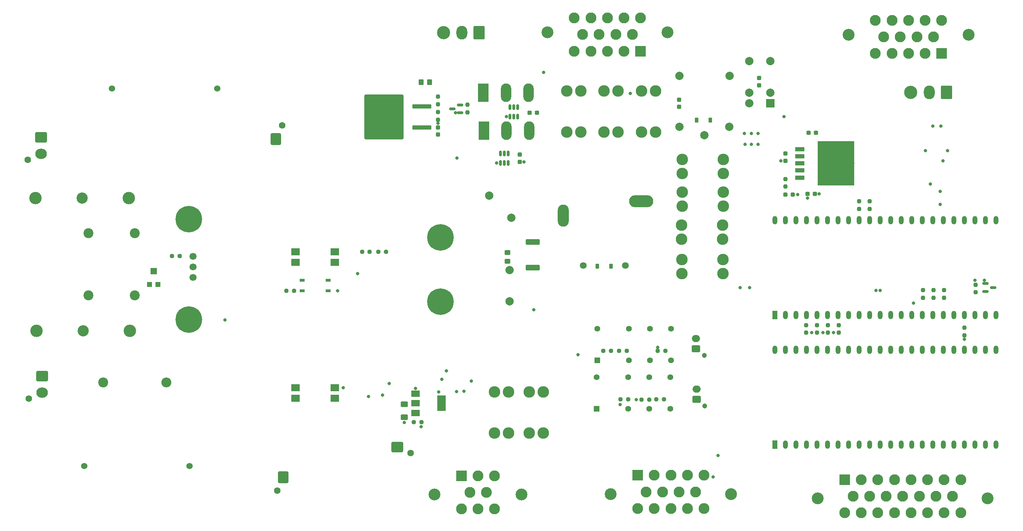
<source format=gbs>
G04 #@! TF.GenerationSoftware,KiCad,Pcbnew,8.0.5*
G04 #@! TF.CreationDate,2025-04-14T13:42:12-04:00*
G04 #@! TF.ProjectId,Big Daddy,42696720-4461-4646-9479-2e6b69636164,rev?*
G04 #@! TF.SameCoordinates,Original*
G04 #@! TF.FileFunction,Soldermask,Bot*
G04 #@! TF.FilePolarity,Negative*
%FSLAX46Y46*%
G04 Gerber Fmt 4.6, Leading zero omitted, Abs format (unit mm)*
G04 Created by KiCad (PCBNEW 8.0.5) date 2025-04-14 13:42:12*
%MOMM*%
%LPD*%
G01*
G04 APERTURE LIST*
G04 Aperture macros list*
%AMRoundRect*
0 Rectangle with rounded corners*
0 $1 Rounding radius*
0 $2 $3 $4 $5 $6 $7 $8 $9 X,Y pos of 4 corners*
0 Add a 4 corners polygon primitive as box body*
4,1,4,$2,$3,$4,$5,$6,$7,$8,$9,$2,$3,0*
0 Add four circle primitives for the rounded corners*
1,1,$1+$1,$2,$3*
1,1,$1+$1,$4,$5*
1,1,$1+$1,$6,$7*
1,1,$1+$1,$8,$9*
0 Add four rect primitives between the rounded corners*
20,1,$1+$1,$2,$3,$4,$5,0*
20,1,$1+$1,$4,$5,$6,$7,0*
20,1,$1+$1,$6,$7,$8,$9,0*
20,1,$1+$1,$8,$9,$2,$3,0*%
G04 Aperture macros list end*
%ADD10C,2.850000*%
%ADD11R,2.625000X2.625000*%
%ADD12C,2.625000*%
%ADD13R,1.200000X2.000000*%
%ADD14O,1.200000X2.000000*%
%ADD15C,1.600000*%
%ADD16RoundRect,0.250000X1.150000X-0.980000X1.150000X0.980000X-1.150000X0.980000X-1.150000X-0.980000X0*%
%ADD17C,2.780000*%
%ADD18R,2.500000X4.500000*%
%ADD19O,2.500000X4.500000*%
%ADD20R,1.400000X1.400000*%
%ADD21C,1.400000*%
%ADD22C,2.000000*%
%ADD23RoundRect,0.250000X-1.150000X0.980000X-1.150000X-0.980000X1.150000X-0.980000X1.150000X0.980000X0*%
%ADD24O,2.800000X2.460000*%
%ADD25C,0.800000*%
%ADD26C,6.400000*%
%ADD27C,1.699848*%
%ADD28RoundRect,0.250000X0.980000X1.150000X-0.980000X1.150000X-0.980000X-1.150000X0.980000X-1.150000X0*%
%ADD29C,3.180000*%
%ADD30RoundRect,0.250000X-1.070000X1.400000X-1.070000X-1.400000X1.070000X-1.400000X1.070000X1.400000X0*%
%ADD31O,2.640000X3.300000*%
%ADD32RoundRect,0.250000X-0.980000X-1.150000X0.980000X-1.150000X0.980000X1.150000X-0.980000X1.150000X0*%
%ADD33C,2.400000*%
%ADD34C,1.524000*%
%ADD35R,2.000000X2.000000*%
%ADD36O,2.400000X2.400000*%
%ADD37C,2.700000*%
%ADD38C,3.000000*%
%ADD39C,1.200000*%
%ADD40RoundRect,0.250000X0.750000X-0.600000X0.750000X0.600000X-0.750000X0.600000X-0.750000X-0.600000X0*%
%ADD41O,2.000000X1.700000*%
%ADD42C,1.635000*%
%ADD43O,2.670000X5.340000*%
%ADD44O,5.850000X2.925000*%
%ADD45RoundRect,0.237500X-0.237500X0.250000X-0.237500X-0.250000X0.237500X-0.250000X0.237500X0.250000X0*%
%ADD46RoundRect,0.237500X-0.300000X-0.237500X0.300000X-0.237500X0.300000X0.237500X-0.300000X0.237500X0*%
%ADD47RoundRect,0.237500X0.250000X0.237500X-0.250000X0.237500X-0.250000X-0.237500X0.250000X-0.237500X0*%
%ADD48R,2.000000X1.780000*%
%ADD49RoundRect,0.237500X-0.237500X0.287500X-0.237500X-0.287500X0.237500X-0.287500X0.237500X0.287500X0*%
%ADD50RoundRect,0.150000X0.150000X-0.512500X0.150000X0.512500X-0.150000X0.512500X-0.150000X-0.512500X0*%
%ADD51RoundRect,0.237500X0.287500X0.237500X-0.287500X0.237500X-0.287500X-0.237500X0.287500X-0.237500X0*%
%ADD52RoundRect,0.237500X0.237500X-0.250000X0.237500X0.250000X-0.237500X0.250000X-0.237500X-0.250000X0*%
%ADD53RoundRect,0.225000X0.225000X0.375000X-0.225000X0.375000X-0.225000X-0.375000X0.225000X-0.375000X0*%
%ADD54RoundRect,0.237500X-0.237500X0.300000X-0.237500X-0.300000X0.237500X-0.300000X0.237500X0.300000X0*%
%ADD55RoundRect,0.250000X2.050000X0.300000X-2.050000X0.300000X-2.050000X-0.300000X2.050000X-0.300000X0*%
%ADD56RoundRect,0.250002X4.449998X5.149998X-4.449998X5.149998X-4.449998X-5.149998X4.449998X-5.149998X0*%
%ADD57RoundRect,0.249999X-1.425001X0.450001X-1.425001X-0.450001X1.425001X-0.450001X1.425001X0.450001X0*%
%ADD58RoundRect,0.150000X0.587500X0.150000X-0.587500X0.150000X-0.587500X-0.150000X0.587500X-0.150000X0*%
%ADD59RoundRect,0.250000X0.350000X0.450000X-0.350000X0.450000X-0.350000X-0.450000X0.350000X-0.450000X0*%
%ADD60RoundRect,0.250000X0.450000X-0.325000X0.450000X0.325000X-0.450000X0.325000X-0.450000X-0.325000X0*%
%ADD61R,2.000000X1.500000*%
%ADD62R,2.000000X3.800000*%
%ADD63R,2.286000X1.067000*%
%ADD64R,8.890000X10.668000*%
%ADD65RoundRect,0.237500X0.237500X-0.300000X0.237500X0.300000X-0.237500X0.300000X-0.237500X-0.300000X0*%
%ADD66RoundRect,0.250000X0.625000X-0.400000X0.625000X0.400000X-0.625000X0.400000X-0.625000X-0.400000X0*%
%ADD67RoundRect,0.150000X-0.587500X-0.150000X0.587500X-0.150000X0.587500X0.150000X-0.587500X0.150000X0*%
%ADD68R,1.200000X1.200000*%
%ADD69R,1.600000X1.500000*%
%ADD70R,1.200000X0.800000*%
G04 APERTURE END LIST*
D10*
G04 #@! TO.C,J13*
X206000000Y-179000000D03*
X235000000Y-179000000D03*
D11*
X212500000Y-174500000D03*
D12*
X216500000Y-174500000D03*
X220500000Y-174500000D03*
X224500000Y-174500000D03*
X228500000Y-174500000D03*
X214500000Y-178500000D03*
X218500000Y-178500000D03*
X222500000Y-178500000D03*
X226500000Y-178500000D03*
X212500000Y-182500000D03*
X216500000Y-182500000D03*
X220500000Y-182500000D03*
X224500000Y-182500000D03*
X228500000Y-182500000D03*
G04 #@! TD*
D13*
G04 #@! TO.C,U2*
X245618000Y-135890000D03*
D14*
X248158000Y-135890000D03*
X250698000Y-135890000D03*
X253238000Y-135890000D03*
X255778000Y-135890000D03*
X258318000Y-135890000D03*
X260858000Y-135890000D03*
X263398000Y-135890000D03*
X265938000Y-135890000D03*
X268478000Y-135890000D03*
X271018000Y-135890000D03*
X273558000Y-135890000D03*
X276098000Y-135890000D03*
X278638000Y-135890000D03*
X281178000Y-135890000D03*
X283718000Y-135890000D03*
X286258000Y-135890000D03*
X288798000Y-135890000D03*
X291338000Y-135890000D03*
X293875280Y-135893680D03*
X296415280Y-135893680D03*
X298955280Y-135893680D03*
X298958000Y-113030000D03*
X296418000Y-113030000D03*
X293878000Y-113030000D03*
X291338000Y-113030000D03*
X288798000Y-113030000D03*
X286258000Y-113030000D03*
X283718000Y-113030000D03*
X281178000Y-113030000D03*
X278638000Y-113030000D03*
X276098000Y-113030000D03*
X273558000Y-113030000D03*
X271018000Y-113030000D03*
X268478000Y-113030000D03*
X265938000Y-113030000D03*
X263398000Y-113030000D03*
X260858000Y-113030000D03*
X258318000Y-113030000D03*
X255778000Y-113030000D03*
X253238000Y-113030000D03*
X250698000Y-113030000D03*
X248158000Y-113030000D03*
X245618000Y-113030000D03*
G04 #@! TD*
D15*
G04 #@! TO.C,J5*
X157734000Y-169164000D03*
D16*
X154484000Y-167664000D03*
G04 #@! TD*
D17*
G04 #@! TO.C,F2*
X195368000Y-91776000D03*
X198768000Y-91776000D03*
X195368000Y-81856000D03*
X198768000Y-81856000D03*
G04 #@! TD*
D18*
G04 #@! TO.C,Q3*
X175280000Y-82244000D03*
D19*
X180730000Y-82244000D03*
X186180000Y-82244000D03*
G04 #@! TD*
D17*
G04 #@! TO.C,F5*
X223266000Y-98324000D03*
X223266000Y-101724000D03*
X233186000Y-98324000D03*
X233186000Y-101724000D03*
G04 #@! TD*
D20*
G04 #@! TO.C,K3*
X202574000Y-158448500D03*
D21*
X210194000Y-158448500D03*
X215274000Y-158448500D03*
X220354000Y-158448500D03*
X220354000Y-150828500D03*
X215274000Y-150828500D03*
X210194000Y-150828500D03*
X202574000Y-150828500D03*
G04 #@! TD*
D22*
G04 #@! TO.C,C16*
X181610000Y-125028000D03*
X181610000Y-132528000D03*
G04 #@! TD*
D10*
G04 #@! TO.C,J9*
X163490000Y-179122000D03*
X184490000Y-179122000D03*
D11*
X169990000Y-174622000D03*
D12*
X173990000Y-174622000D03*
X177990000Y-174622000D03*
X171990000Y-178622000D03*
X175990000Y-178622000D03*
X169990000Y-182622000D03*
X173990000Y-182622000D03*
X177990000Y-182622000D03*
G04 #@! TD*
D17*
G04 #@! TO.C,F6*
X223266000Y-106198000D03*
X223266000Y-109598000D03*
X233186000Y-106198000D03*
X233186000Y-109598000D03*
G04 #@! TD*
D15*
G04 #@! TO.C,J3*
X65330000Y-98476000D03*
D23*
X68580000Y-93016000D03*
D24*
X68580000Y-96976000D03*
G04 #@! TD*
D10*
G04 #@! TO.C,J8*
X219710000Y-67742500D03*
X190710000Y-67742500D03*
D11*
X213210000Y-72242500D03*
D12*
X209210000Y-72242500D03*
X205210000Y-72242500D03*
X201210000Y-72242500D03*
X197210000Y-72242500D03*
X211210000Y-68242500D03*
X207210000Y-68242500D03*
X203210000Y-68242500D03*
X199210000Y-68242500D03*
X213210000Y-64242500D03*
X209210000Y-64242500D03*
X205210000Y-64242500D03*
X201210000Y-64242500D03*
X197210000Y-64242500D03*
G04 #@! TD*
D25*
G04 #@! TO.C,U8*
X101756100Y-112721900D03*
X102462851Y-111015651D03*
X102462851Y-114428149D03*
X104169100Y-110308900D03*
D26*
X104169100Y-112721900D03*
D25*
X104169100Y-115134900D03*
X105875349Y-111015651D03*
X105875349Y-114428149D03*
X106582100Y-112721900D03*
D27*
X105185100Y-121738900D03*
X105185100Y-124278900D03*
X105185100Y-126818900D03*
D25*
X101801820Y-137024620D03*
X102476242Y-135304980D03*
X102540900Y-138717478D03*
X104169100Y-134565900D03*
D26*
X104214820Y-136978900D03*
D25*
X104260540Y-139391900D03*
X105888740Y-135240322D03*
X105953398Y-138652820D03*
X106627820Y-136933180D03*
X162462100Y-132660900D03*
X163168851Y-130954651D03*
X163168851Y-134367149D03*
X164875100Y-130247900D03*
D26*
X164875100Y-132660900D03*
D25*
X164875100Y-135073900D03*
X166581349Y-130954651D03*
X166581349Y-134367149D03*
X167288100Y-132660900D03*
X162462100Y-117166900D03*
X163168851Y-115460651D03*
X163168851Y-118873149D03*
X164875100Y-114753900D03*
D26*
X164875100Y-117166900D03*
D25*
X164875100Y-119579900D03*
X166581349Y-115460651D03*
X166581349Y-118873149D03*
X167288100Y-117166900D03*
G04 #@! TD*
D15*
G04 #@! TO.C,J6*
X126722000Y-90170000D03*
D28*
X125222000Y-93420000D03*
G04 #@! TD*
D17*
G04 #@! TO.C,F7*
X223132000Y-122506000D03*
X223132000Y-125906000D03*
X233052000Y-122506000D03*
X233052000Y-125906000D03*
G04 #@! TD*
D29*
G04 #@! TO.C,J10*
X278402000Y-82168000D03*
D30*
X286982000Y-82168000D03*
D31*
X282842000Y-82168000D03*
G04 #@! TD*
D15*
G04 #@! TO.C,J7*
X125500000Y-178204000D03*
D32*
X127000000Y-174954000D03*
G04 #@! TD*
D33*
G04 #@! TO.C,C15*
X80010000Y-116112000D03*
X80010000Y-131112000D03*
G04 #@! TD*
D34*
G04 #@! TO.C,R32*
X85700000Y-81250000D03*
X111100000Y-81250000D03*
G04 #@! TD*
D35*
G04 #@! TO.C,K5*
X244484000Y-84784000D03*
D22*
X244484000Y-82244000D03*
X244484000Y-74624000D03*
X239404000Y-74624000D03*
X239404000Y-82244000D03*
X239404000Y-84784000D03*
G04 #@! TD*
D17*
G04 #@! TO.C,F1*
X223062000Y-114150000D03*
X223062000Y-117550000D03*
X232982000Y-114150000D03*
X232982000Y-117550000D03*
G04 #@! TD*
D10*
G04 #@! TO.C,J11*
X255946000Y-180068500D03*
X296946000Y-180068500D03*
D11*
X262446000Y-175568500D03*
D12*
X266446000Y-175568500D03*
X270446000Y-175568500D03*
X274446000Y-175568500D03*
X278446000Y-175568500D03*
X282446000Y-175568500D03*
X286446000Y-175568500D03*
X290446000Y-175568500D03*
X264446000Y-179568500D03*
X268446000Y-179568500D03*
X272446000Y-179568500D03*
X276446000Y-179568500D03*
X280446000Y-179568500D03*
X284446000Y-179568500D03*
X288446000Y-179568500D03*
X262446000Y-183568500D03*
X266446000Y-183568500D03*
X270446000Y-183568500D03*
X274446000Y-183568500D03*
X278446000Y-183568500D03*
X282446000Y-183568500D03*
X286446000Y-183568500D03*
X290446000Y-183568500D03*
G04 #@! TD*
D20*
G04 #@! TO.C,K2*
X202724500Y-146764500D03*
D21*
X210344500Y-146764500D03*
X215424500Y-146764500D03*
X220504500Y-146764500D03*
X220504500Y-139144500D03*
X215424500Y-139144500D03*
X210344500Y-139144500D03*
X202724500Y-139144500D03*
G04 #@! TD*
D17*
G04 #@! TO.C,F10*
X189738000Y-154418000D03*
X186338000Y-154418000D03*
X189738000Y-164338000D03*
X186338000Y-164338000D03*
G04 #@! TD*
D18*
G04 #@! TO.C,Q4*
X175418000Y-91388000D03*
D19*
X180868000Y-91388000D03*
X186318000Y-91388000D03*
G04 #@! TD*
D17*
G04 #@! TO.C,F4*
X213410600Y-91776000D03*
X216810600Y-91776000D03*
X213410600Y-81856000D03*
X216810600Y-81856000D03*
G04 #@! TD*
D10*
G04 #@! TO.C,J12*
X292354000Y-68326000D03*
X263354000Y-68326000D03*
D11*
X285854000Y-72826000D03*
D12*
X281854000Y-72826000D03*
X277854000Y-72826000D03*
X273854000Y-72826000D03*
X269854000Y-72826000D03*
X283854000Y-68826000D03*
X279854000Y-68826000D03*
X275854000Y-68826000D03*
X271854000Y-68826000D03*
X285854000Y-64826000D03*
X281854000Y-64826000D03*
X277854000Y-64826000D03*
X273854000Y-64826000D03*
X269854000Y-64826000D03*
G04 #@! TD*
D33*
G04 #@! TO.C,R24*
X83566000Y-152094000D03*
D36*
X98806000Y-152094000D03*
G04 #@! TD*
D37*
G04 #@! TO.C,F12*
X78740000Y-139648000D03*
D38*
X67490000Y-139648000D03*
X89990000Y-139648000D03*
G04 #@! TD*
D39*
G04 #@! TO.C,J1*
X228568000Y-145618000D03*
D40*
X226568000Y-144018000D03*
D41*
X226568000Y-141518000D03*
G04 #@! TD*
D33*
G04 #@! TO.C,C14*
X91186000Y-116112000D03*
X91186000Y-131112000D03*
G04 #@! TD*
D13*
G04 #@! TO.C,U3*
X245618000Y-167132000D03*
D14*
X248158000Y-167132000D03*
X250698000Y-167132000D03*
X253238000Y-167132000D03*
X255778000Y-167132000D03*
X258318000Y-167132000D03*
X260858000Y-167132000D03*
X263398000Y-167132000D03*
X265938000Y-167132000D03*
X268478000Y-167132000D03*
X271018000Y-167132000D03*
X273558000Y-167132000D03*
X276098000Y-167132000D03*
X278638000Y-167132000D03*
X281178000Y-167132000D03*
X283718000Y-167132000D03*
X286258000Y-167132000D03*
X288798000Y-167132000D03*
X291338000Y-167132000D03*
X293875280Y-167135680D03*
X296415280Y-167135680D03*
X298955280Y-167135680D03*
X298958000Y-144272000D03*
X296418000Y-144272000D03*
X293878000Y-144272000D03*
X291338000Y-144272000D03*
X288798000Y-144272000D03*
X286258000Y-144272000D03*
X283718000Y-144272000D03*
X281178000Y-144272000D03*
X278638000Y-144272000D03*
X276098000Y-144272000D03*
X273558000Y-144272000D03*
X271018000Y-144272000D03*
X268478000Y-144272000D03*
X265938000Y-144272000D03*
X263398000Y-144272000D03*
X260858000Y-144272000D03*
X258318000Y-144272000D03*
X255778000Y-144272000D03*
X253238000Y-144272000D03*
X250698000Y-144272000D03*
X248158000Y-144272000D03*
X245618000Y-144272000D03*
G04 #@! TD*
D22*
G04 #@! TO.C,K4*
X234660000Y-78233500D03*
X222608000Y-78233500D03*
X228608000Y-92483500D03*
X234608000Y-90483500D03*
X222608000Y-90483500D03*
G04 #@! TD*
D37*
G04 #@! TO.C,F11*
X78486000Y-107644000D03*
D38*
X67236000Y-107644000D03*
X89736000Y-107644000D03*
G04 #@! TD*
D15*
G04 #@! TO.C,J4*
X65584000Y-156030000D03*
D23*
X68834000Y-150570000D03*
D24*
X68834000Y-154530000D03*
G04 #@! TD*
D39*
G04 #@! TO.C,J2*
X228704000Y-157803500D03*
D40*
X226704000Y-156203500D03*
D41*
X226704000Y-153703500D03*
G04 #@! TD*
D42*
G04 #@! TO.C,K1*
X209505600Y-123898100D03*
X199345600Y-123898100D03*
D43*
X194565600Y-111888100D03*
D44*
X213315600Y-108458100D03*
G04 #@! TD*
D34*
G04 #@! TO.C,R33*
X78950000Y-172250000D03*
X104350000Y-172250000D03*
G04 #@! TD*
D17*
G04 #@! TO.C,F3*
X204389300Y-91776000D03*
X207789300Y-91776000D03*
X204389300Y-81856000D03*
X207789300Y-81856000D03*
G04 #@! TD*
D22*
G04 #@! TO.C,C17*
X176672400Y-107076300D03*
X181975701Y-112379601D03*
G04 #@! TD*
D29*
G04 #@! TO.C,J15*
X165664000Y-67818000D03*
D30*
X174244000Y-67818000D03*
D31*
X170104000Y-67818000D03*
G04 #@! TD*
D17*
G04 #@! TO.C,F9*
X181356000Y-154418000D03*
X177956000Y-154418000D03*
X181356000Y-164338000D03*
X177956000Y-164338000D03*
G04 #@! TD*
D45*
G04 #@! TO.C,R8*
X291338000Y-138914500D03*
X291338000Y-140739500D03*
G04 #@! TD*
D46*
G04 #@! TO.C,C18*
X186457000Y-87056000D03*
X188182000Y-87056000D03*
G04 #@! TD*
D47*
G04 #@! TO.C,R18*
X219145500Y-144496000D03*
X217320500Y-144496000D03*
G04 #@! TD*
D48*
G04 #@! TO.C,U5*
X129916000Y-155904000D03*
X129916000Y-153364000D03*
X139446000Y-153364000D03*
X139446000Y-155904000D03*
G04 #@! TD*
D49*
G04 #@! TO.C,D3*
X248158000Y-96915000D03*
X248158000Y-98665000D03*
G04 #@! TD*
D47*
G04 #@! TO.C,R36*
X102004500Y-121614000D03*
X100179500Y-121614000D03*
G04 #@! TD*
D50*
G04 #@! TO.C,U12*
X181290000Y-99181500D03*
X180340000Y-99181500D03*
X179390000Y-99181500D03*
X179390000Y-96906500D03*
X180340000Y-96906500D03*
X181290000Y-96906500D03*
G04 #@! TD*
G04 #@! TO.C,U11*
X183576000Y-85730500D03*
X182626000Y-85730500D03*
X181676000Y-85730500D03*
X181676000Y-88005500D03*
X182626000Y-88005500D03*
X183576000Y-88005500D03*
G04 #@! TD*
D46*
G04 #@! TO.C,C4*
X253746000Y-91948000D03*
X255471000Y-91948000D03*
G04 #@! TD*
D51*
G04 #@! TO.C,D4*
X249886200Y-106783500D03*
X248136200Y-106783500D03*
G04 #@! TD*
D52*
G04 #@! TO.C,R43*
X164338000Y-85060000D03*
X164338000Y-83235000D03*
G04 #@! TD*
D53*
G04 #@! TO.C,D2*
X206098600Y-124058600D03*
X202798600Y-124058600D03*
G04 #@! TD*
D45*
G04 #@! TO.C,R5*
X281305000Y-129874000D03*
X281305000Y-131699000D03*
G04 #@! TD*
G04 #@! TO.C,R6*
X283845000Y-129874000D03*
X283845000Y-131699000D03*
G04 #@! TD*
D54*
G04 #@! TO.C,C7*
X241808000Y-78740000D03*
X241808000Y-80465000D03*
G04 #@! TD*
D55*
G04 #@! TO.C,U14*
X160461000Y-85598000D03*
D56*
X151311000Y-88138000D03*
D55*
X160461000Y-90678000D03*
G04 #@! TD*
D47*
G04 #@! TO.C,R23*
X210208500Y-156210000D03*
X208383500Y-156210000D03*
G04 #@! TD*
D52*
G04 #@! TO.C,R15*
X294022900Y-130391500D03*
X294022900Y-128566500D03*
G04 #@! TD*
D45*
G04 #@! TO.C,R4*
X260985000Y-138279500D03*
X260985000Y-140104500D03*
G04 #@! TD*
G04 #@! TO.C,R2*
X255735700Y-138279500D03*
X255735700Y-140104500D03*
G04 #@! TD*
G04 #@! TO.C,R3*
X258360300Y-138279500D03*
X258360300Y-140104500D03*
G04 #@! TD*
D48*
G04 #@! TO.C,U9*
X139446000Y-120598000D03*
X139446000Y-123138000D03*
X129916000Y-123138000D03*
X129916000Y-120598000D03*
G04 #@! TD*
D57*
G04 #@! TO.C,R40*
X187198000Y-118290500D03*
X187198000Y-124390500D03*
G04 #@! TD*
D52*
G04 #@! TO.C,R13*
X265938000Y-110259500D03*
X265938000Y-108434500D03*
G04 #@! TD*
G04 #@! TO.C,R42*
X164338000Y-88766500D03*
X164338000Y-86941500D03*
G04 #@! TD*
D46*
G04 #@! TO.C,C5*
X253492000Y-106680000D03*
X255217000Y-106680000D03*
G04 #@! TD*
D58*
G04 #@! TO.C,Q6*
X169672000Y-85192000D03*
X169672000Y-87092000D03*
X167797000Y-86142000D03*
G04 #@! TD*
D45*
G04 #@! TO.C,R1*
X253111000Y-138279500D03*
X253111000Y-140104500D03*
G04 #@! TD*
D59*
G04 #@! TO.C,R34*
X162290000Y-79726000D03*
X160290000Y-79726000D03*
G04 #@! TD*
D47*
G04 #@! TO.C,R38*
X147828000Y-120650000D03*
X146003000Y-120650000D03*
G04 #@! TD*
G04 #@! TO.C,R20*
X206041000Y-144496000D03*
X204216000Y-144496000D03*
G04 #@! TD*
D54*
G04 #@! TO.C,C19*
X184028500Y-97181500D03*
X184028500Y-98906500D03*
G04 #@! TD*
D60*
G04 #@! TO.C,L3*
X181102000Y-122871500D03*
X181102000Y-120821500D03*
G04 #@! TD*
D54*
G04 #@! TO.C,C6*
X222512000Y-83921500D03*
X222512000Y-85646500D03*
G04 #@! TD*
D61*
G04 #@! TO.C,Q2*
X158902000Y-159452500D03*
X158902000Y-157152500D03*
X158902000Y-154852500D03*
D62*
X165202000Y-157152500D03*
G04 #@! TD*
D47*
G04 #@! TO.C,R22*
X215288500Y-156240000D03*
X213463500Y-156240000D03*
G04 #@! TD*
D45*
G04 #@! TO.C,R17*
X248158000Y-103077000D03*
X248158000Y-104902000D03*
G04 #@! TD*
D63*
G04 #@! TO.C,U4*
X251587000Y-102718000D03*
X251587000Y-101016000D03*
X251587000Y-99314000D03*
D64*
X260350000Y-99314000D03*
D63*
X251587000Y-97612000D03*
X251587000Y-95910000D03*
G04 #@! TD*
D53*
G04 #@! TO.C,D7*
X230004000Y-88848000D03*
X226704000Y-88848000D03*
G04 #@! TD*
D47*
G04 #@! TO.C,R19*
X209851000Y-144526000D03*
X208026000Y-144526000D03*
G04 #@! TD*
D65*
G04 #@! TO.C,C20*
X164338000Y-92376000D03*
X164338000Y-90651000D03*
G04 #@! TD*
D47*
G04 #@! TO.C,R37*
X129601000Y-129996000D03*
X127776000Y-129996000D03*
G04 #@! TD*
D66*
G04 #@! TO.C,R31*
X156210000Y-160480500D03*
X156210000Y-157380500D03*
G04 #@! TD*
D47*
G04 #@! TO.C,R28*
X160321000Y-161724500D03*
X158496000Y-161724500D03*
G04 #@! TD*
D45*
G04 #@! TO.C,R7*
X286385000Y-129874000D03*
X286385000Y-131699000D03*
G04 #@! TD*
D47*
G04 #@! TO.C,R21*
X218844500Y-156210000D03*
X217019500Y-156210000D03*
G04 #@! TD*
D52*
G04 #@! TO.C,R12*
X268478000Y-110259500D03*
X268478000Y-108434500D03*
G04 #@! TD*
D67*
G04 #@! TO.C,Q1*
X296418000Y-130175000D03*
X296418000Y-128275000D03*
X298293000Y-129225000D03*
G04 #@! TD*
D68*
G04 #@! TO.C,RV1*
X96758000Y-128494000D03*
D69*
X95758000Y-125244000D03*
D68*
X94758000Y-128494000D03*
G04 #@! TD*
D45*
G04 #@! TO.C,R41*
X171450000Y-85163500D03*
X171450000Y-86988500D03*
G04 #@! TD*
D47*
G04 #@! TO.C,R39*
X151788500Y-120589000D03*
X149963500Y-120589000D03*
G04 #@! TD*
D70*
G04 #@! TO.C,U10*
X131531000Y-129996000D03*
X131531000Y-127456000D03*
X137831000Y-127456000D03*
X137831000Y-129996000D03*
G04 #@! TD*
D25*
X287274000Y-96266000D03*
X152527000Y-152400000D03*
X285496000Y-106045000D03*
X253492000Y-107696000D03*
X286113401Y-98661401D03*
X293878000Y-127508000D03*
X156210000Y-161789500D03*
X285496000Y-109220000D03*
X164465000Y-154432000D03*
X150929000Y-155141000D03*
X291338000Y-141732000D03*
X257175000Y-140104500D03*
X247777000Y-88011000D03*
X189817479Y-77396505D03*
X208280000Y-157480000D03*
X258699000Y-96901000D03*
X198120000Y-145415000D03*
X258445000Y-101727000D03*
X254508000Y-140104500D03*
X164337997Y-89662000D03*
X180848000Y-88011000D03*
X256540000Y-99314000D03*
X178435000Y-99187000D03*
X185039000Y-98933000D03*
X264287000Y-103886000D03*
X188182000Y-87056000D03*
X251079000Y-106807000D03*
X262636000Y-101854000D03*
X170616003Y-154262018D03*
X283718000Y-90297000D03*
X144907000Y-125857000D03*
X168838003Y-154286113D03*
X260477000Y-99441000D03*
X262509000Y-96901000D03*
X168529000Y-87122000D03*
X285623000Y-90297000D03*
X260350000Y-103886000D03*
X283083000Y-104267000D03*
X256921000Y-94742000D03*
X265938000Y-108458000D03*
X281940000Y-96266000D03*
X264033000Y-94742000D03*
X147574000Y-155501500D03*
X296164000Y-127508000D03*
X256667000Y-103886000D03*
X259715000Y-140104500D03*
X247015000Y-98679000D03*
X264414000Y-99314000D03*
X168910000Y-98044000D03*
X212119997Y-156239997D03*
X260731000Y-94742000D03*
X210702003Y-82413997D03*
X256286000Y-106680000D03*
X217320499Y-143613501D03*
X172339000Y-151765000D03*
X166370000Y-149352000D03*
X165270231Y-151323941D03*
X158877000Y-153543000D03*
X112959900Y-137005900D03*
X239903000Y-92075000D03*
X238252000Y-92075000D03*
X241554000Y-92075000D03*
X238379000Y-94742000D03*
X239903000Y-94742000D03*
X241554000Y-94742000D03*
X187452000Y-134620000D03*
X279000000Y-133000000D03*
X140081000Y-130048000D03*
X141478000Y-153416000D03*
X160274000Y-162814000D03*
X269947200Y-129923700D03*
X271018000Y-129923700D03*
X231900000Y-169700000D03*
X230700000Y-174850000D03*
X239522000Y-129286000D03*
X237236000Y-129286000D03*
M02*

</source>
